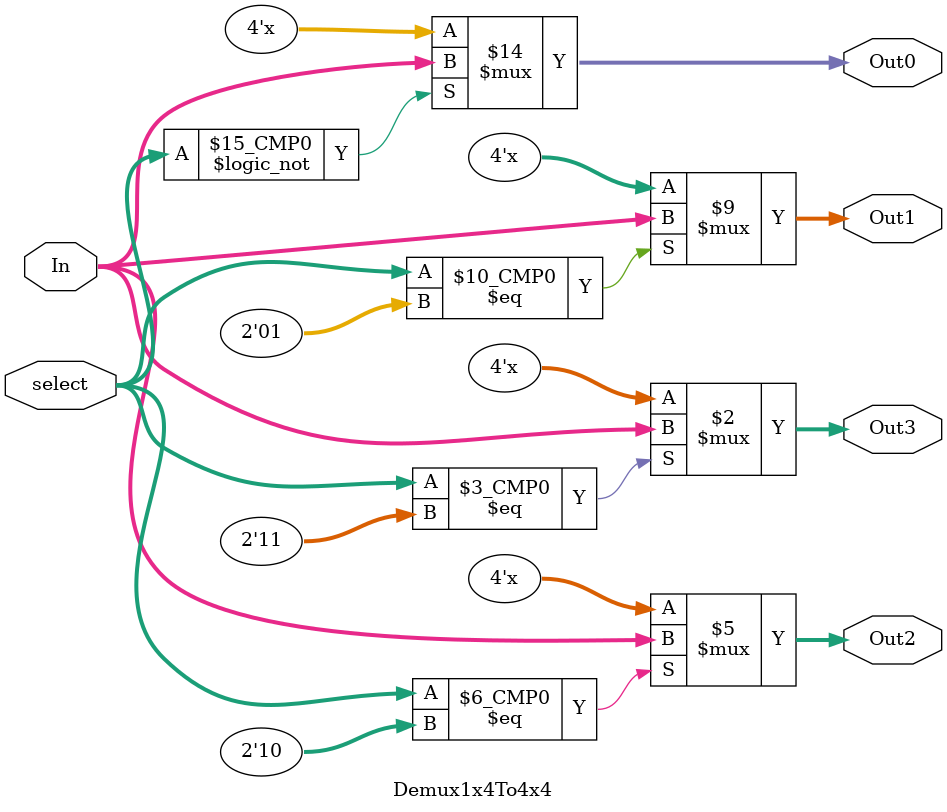
<source format=v>
module Demux1x4To4x4( input [3:0] In,
				input [1:0] select,
				output reg [3:0] Out0,
				output reg [3:0] Out1,
				output reg [3:0] Out2,
				output reg [3:0] Out3);
				
	always @(In or select) begin
		case (select)
			2'b00 : Out0 <= In;
			2'b01 : Out1 <= In;
			2'b10 : Out2 <= In;
			2'b11 : Out3 <= In;
		endcase
	end

endmodule
</source>
